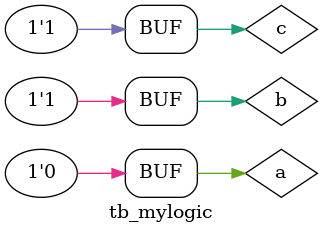
<source format=v>

module tb_mylogic;
   reg a,b,c; 
   wire q;

   mylogic dut(a,b,c,q);

   initial begin  // test stimulus
      a = 0;
      b = 0;
      c = 0;

      #5  b = 1;    // change b-&gt;1 at 5 ns
      #8  c = 1;    // change c-&gt;1 at 8 ns
      #20 a = 1;    // change a-&gt;1 at 20 ns
      #30 a = 0;    // change a-&gt;0 at 30 ns

   end

endmodule
</source>
